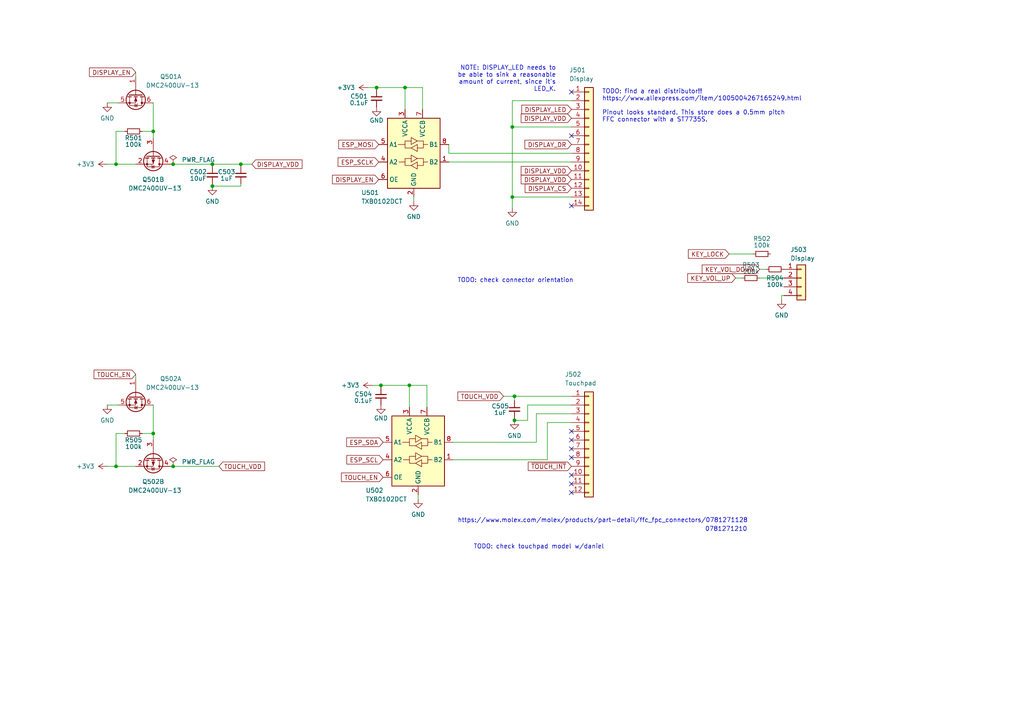
<source format=kicad_sch>
(kicad_sch (version 20211123) (generator eeschema)
  (paper "A4")
  (lib_symbols
    (symbol "Connector_Generic:Conn_01x04" (pin_names (offset 1.016) hide)
      (property "Reference" "J" (at 0 5.08 0))
      (property "Value" "Conn_01x04" (at 0 -7.62 0))
      (symbol "Conn_01x04_1_1"
        (rectangle (start -1.27 -4.953) (end 0 -5.207) (stroke (width 0.1524)))
        (rectangle (start -1.27 -2.413) (end 0 -2.667) (stroke (width 0.1524)))
        (rectangle (start -1.27 0.127) (end 0 -0.127) (stroke (width 0.1524)))
        (rectangle (start -1.27 2.667) (end 0 2.413) (stroke (width 0.1524)))
        (rectangle (start -1.27 3.81) (end 1.27 -6.35) (stroke (width 0.254)) (fill (type background)))
        (pin passive line (at -5.08 2.54 0) (length 3.81) (name "Pin_1") (number "1"))
        (pin passive line (at -5.08 0 0) (length 3.81) (name "Pin_2") (number "2"))
        (pin passive line (at -5.08 -2.54 0) (length 3.81) (name "Pin_3") (number "3"))
        (pin passive line (at -5.08 -5.08 0) (length 3.81) (name "Pin_4") (number "4"))
      )
    )
    (symbol "Connector_Generic:Conn_01x12" (pin_names (offset 1.016) hide)
      (property "Reference" "J" (at 0 15.24 0))
      (property "Value" "Conn_01x12" (at 0 -17.78 0))
      (symbol "Conn_01x12_1_1"
        (rectangle (start -1.27 -15.113) (end 0 -15.367) (stroke (width 0.1524)))
        (rectangle (start -1.27 -12.573) (end 0 -12.827) (stroke (width 0.1524)))
        (rectangle (start -1.27 -10.033) (end 0 -10.287) (stroke (width 0.1524)))
        (rectangle (start -1.27 -7.493) (end 0 -7.747) (stroke (width 0.1524)))
        (rectangle (start -1.27 -4.953) (end 0 -5.207) (stroke (width 0.1524)))
        (rectangle (start -1.27 -2.413) (end 0 -2.667) (stroke (width 0.1524)))
        (rectangle (start -1.27 0.127) (end 0 -0.127) (stroke (width 0.1524)))
        (rectangle (start -1.27 2.667) (end 0 2.413) (stroke (width 0.1524)))
        (rectangle (start -1.27 5.207) (end 0 4.953) (stroke (width 0.1524)))
        (rectangle (start -1.27 7.747) (end 0 7.493) (stroke (width 0.1524)))
        (rectangle (start -1.27 10.287) (end 0 10.033) (stroke (width 0.1524)))
        (rectangle (start -1.27 12.827) (end 0 12.573) (stroke (width 0.1524)))
        (rectangle (start -1.27 13.97) (end 1.27 -16.51) (stroke (width 0.254)) (fill (type background)))
        (pin passive line (at -5.08 12.7 0) (length 3.81) (name "Pin_1") (number "1"))
        (pin passive line (at -5.08 -10.16 0) (length 3.81) (name "Pin_10") (number "10"))
        (pin passive line (at -5.08 -12.7 0) (length 3.81) (name "Pin_11") (number "11"))
        (pin passive line (at -5.08 -15.24 0) (length 3.81) (name "Pin_12") (number "12"))
        (pin passive line (at -5.08 10.16 0) (length 3.81) (name "Pin_2") (number "2"))
        (pin passive line (at -5.08 7.62 0) (length 3.81) (name "Pin_3") (number "3"))
        (pin passive line (at -5.08 5.08 0) (length 3.81) (name "Pin_4") (number "4"))
        (pin passive line (at -5.08 2.54 0) (length 3.81) (name "Pin_5") (number "5"))
        (pin passive line (at -5.08 0 0) (length 3.81) (name "Pin_6") (number "6"))
        (pin passive line (at -5.08 -2.54 0) (length 3.81) (name "Pin_7") (number "7"))
        (pin passive line (at -5.08 -5.08 0) (length 3.81) (name "Pin_8") (number "8"))
        (pin passive line (at -5.08 -7.62 0) (length 3.81) (name "Pin_9") (number "9"))
      )
    )
    (symbol "Connector_Generic:Conn_01x14" (pin_names (offset 1.016) hide)
      (property "Reference" "J" (at 0 17.78 0))
      (property "Value" "Conn_01x14" (at 0 -20.32 0))
      (symbol "Conn_01x14_1_1"
        (rectangle (start -1.27 -17.653) (end 0 -17.907) (stroke (width 0.1524)))
        (rectangle (start -1.27 -15.113) (end 0 -15.367) (stroke (width 0.1524)))
        (rectangle (start -1.27 -12.573) (end 0 -12.827) (stroke (width 0.1524)))
        (rectangle (start -1.27 -10.033) (end 0 -10.287) (stroke (width 0.1524)))
        (rectangle (start -1.27 -7.493) (end 0 -7.747) (stroke (width 0.1524)))
        (rectangle (start -1.27 -4.953) (end 0 -5.207) (stroke (width 0.1524)))
        (rectangle (start -1.27 -2.413) (end 0 -2.667) (stroke (width 0.1524)))
        (rectangle (start -1.27 0.127) (end 0 -0.127) (stroke (width 0.1524)))
        (rectangle (start -1.27 2.667) (end 0 2.413) (stroke (width 0.1524)))
        (rectangle (start -1.27 5.207) (end 0 4.953) (stroke (width 0.1524)))
        (rectangle (start -1.27 7.747) (end 0 7.493) (stroke (width 0.1524)))
        (rectangle (start -1.27 10.287) (end 0 10.033) (stroke (width 0.1524)))
        (rectangle (start -1.27 12.827) (end 0 12.573) (stroke (width 0.1524)))
        (rectangle (start -1.27 15.367) (end 0 15.113) (stroke (width 0.1524)))
        (rectangle (start -1.27 16.51) (end 1.27 -19.05) (stroke (width 0.254)) (fill (type background)))
        (pin passive line (at -5.08 15.24 0) (length 3.81) (name "Pin_1") (number "1"))
        (pin passive line (at -5.08 -7.62 0) (length 3.81) (name "Pin_10") (number "10"))
        (pin passive line (at -5.08 -10.16 0) (length 3.81) (name "Pin_11") (number "11"))
        (pin passive line (at -5.08 -12.7 0) (length 3.81) (name "Pin_12") (number "12"))
        (pin passive line (at -5.08 -15.24 0) (length 3.81) (name "Pin_13") (number "13"))
        (pin passive line (at -5.08 -17.78 0) (length 3.81) (name "Pin_14") (number "14"))
        (pin passive line (at -5.08 12.7 0) (length 3.81) (name "Pin_2") (number "2"))
        (pin passive line (at -5.08 10.16 0) (length 3.81) (name "Pin_3") (number "3"))
        (pin passive line (at -5.08 7.62 0) (length 3.81) (name "Pin_4") (number "4"))
        (pin passive line (at -5.08 5.08 0) (length 3.81) (name "Pin_5") (number "5"))
        (pin passive line (at -5.08 2.54 0) (length 3.81) (name "Pin_6") (number "6"))
        (pin passive line (at -5.08 0 0) (length 3.81) (name "Pin_7") (number "7"))
        (pin passive line (at -5.08 -2.54 0) (length 3.81) (name "Pin_8") (number "8"))
        (pin passive line (at -5.08 -5.08 0) (length 3.81) (name "Pin_9") (number "9"))
      )
    )
    (symbol "Device:C_Small" (pin_numbers hide) (pin_names (offset 0.254) hide)
      (property "Reference" "C" (at 0.254 1.778 0))
      (property "Value" "C_Small" (at 0.254 -2.032 0))
      (symbol "C_Small_0_1"
        (polyline (pts (xy -1.524 -0.508) (xy 1.524 -0.508)) (stroke (width 0.3302)))
        (polyline (pts (xy -1.524 0.508) (xy 1.524 0.508)) (stroke (width 0.3048)))
      )
      (symbol "C_Small_1_1"
        (pin passive line (at 0 2.54 270) (length 2.032) (name "~") (number "1"))
        (pin passive line (at 0 -2.54 90) (length 2.032) (name "~") (number "2"))
      )
    )
    (symbol "Device:R_Small" (pin_numbers hide) (pin_names (offset 0.254) hide)
      (property "Reference" "R" (at 0.762 0.508 0))
      (property "Value" "R_Small" (at 0.762 -1.016 0))
      (symbol "R_Small_0_1"
        (rectangle (start -0.762 1.778) (end 0.762 -1.778) (stroke (width 0.2032)))
      )
      (symbol "R_Small_1_1"
        (pin passive line (at 0 2.54 270) (length 0.762) (name "~") (number "1"))
        (pin passive line (at 0 -2.54 90) (length 0.762) (name "~") (number "2"))
      )
    )
    (symbol "Logic_LevelTranslator:TXB0102DCT"
      (property "Reference" "U" (at -6.35 11.43 0))
      (property "Value" "TXB0102DCT" (at 3.81 11.43 0))
      (symbol "TXB0102DCT_0_1"
        (rectangle (start -7.62 10.16) (end 7.62 -10.16) (stroke (width 0.254)) (fill (type background)))
        (polyline (pts (xy -2.54 -2.54) (xy -2.54 -1.524) (xy -0.762 -1.524)))
        (polyline (pts (xy -2.54 2.54) (xy -2.54 3.556) (xy -0.762 3.556)))
        (polyline (pts (xy 2.794 -2.54) (xy 2.794 -3.556) (xy 1.016 -3.556)))
        (polyline (pts (xy 2.794 2.54) (xy 2.794 1.524) (xy 1.016 1.524)))
        (polyline (pts (xy -0.762 -3.556) (xy -2.54 -3.556) (xy -2.54 -2.54) (xy -4.318 -2.54)))
        (polyline (pts (xy -0.762 -2.54) (xy -0.762 -0.508) (xy 1.016 -1.524) (xy -0.762 -2.54)) (fill (type background)))
        (polyline (pts (xy -0.762 1.524) (xy -2.54 1.524) (xy -2.54 2.54) (xy -4.572 2.54)))
        (polyline (pts (xy -0.762 2.54) (xy -0.762 4.572) (xy 1.016 3.556) (xy -0.762 2.54)))
        (polyline (pts (xy 1.016 -2.54) (xy 1.016 -4.572) (xy -0.762 -3.556) (xy 1.016 -2.54)))
        (polyline (pts (xy 1.016 -1.524) (xy 2.794 -1.524) (xy 2.794 -2.54) (xy 4.064 -2.54)))
        (polyline (pts (xy 1.016 3.556) (xy 2.794 3.556) (xy 2.794 2.54) (xy 4.064 2.54)))
        (polyline (pts (xy 1.016 2.54) (xy 1.016 0.762) (xy 1.016 0.508) (xy -0.762 1.524) (xy 1.016 2.54)))
      )
      (symbol "TXB0102DCT_1_1"
        (pin bidirectional line (at 10.16 -2.54 180) (length 2.54) (name "B2") (number "1"))
        (pin power_in line (at 0 -12.7 90) (length 2.54) (name "GND") (number "2"))
        (pin power_in line (at -2.54 12.7 270) (length 2.54) (name "VCCA") (number "3"))
        (pin bidirectional line (at -10.16 -2.54 0) (length 2.54) (name "A2") (number "4"))
        (pin bidirectional line (at -10.16 2.54 0) (length 2.54) (name "A1") (number "5"))
        (pin input line (at -10.16 -7.62 0) (length 2.54) (name "OE") (number "6"))
        (pin power_in line (at 2.54 12.7 270) (length 2.54) (name "VCCB") (number "7"))
        (pin bidirectional line (at 10.16 2.54 180) (length 2.54) (name "B1") (number "8"))
      )
    )
    (symbol "Transistor_FET:DMC2053UVT" (pin_names hide)
      (property "Reference" "Q" (at 3.175 1.27 0))
      (property "Value" "DMC2053UVT" (at 3.175 -1.27 0))
      (symbol "DMC2053UVT_0_1"
        (circle (center -0.889 0) (radius 2.794) (stroke (width 0.254)))
        (circle (center 0 -1.778) (radius 0.254) (fill (type outline)))
        (polyline (pts (xy -2.286 0) (xy -5.08 0)))
        (polyline (pts (xy -2.286 1.905) (xy -2.286 -1.905)) (stroke (width 0.254)))
        (polyline (pts (xy -1.778 -1.27) (xy -1.778 -2.286)) (stroke (width 0.254)))
        (polyline (pts (xy -1.778 0.508) (xy -1.778 -0.508)) (stroke (width 0.254)))
        (polyline (pts (xy -1.778 2.286) (xy -1.778 1.27)) (stroke (width 0.254)))
        (polyline (pts (xy 0 2.54) (xy 0 1.778)))
        (polyline (pts (xy 0 -2.54) (xy 0 0) (xy -1.778 0)))
        (polyline (pts (xy -1.778 -1.778) (xy 0.762 -1.778) (xy 0.762 1.778) (xy -1.778 1.778)))
        (circle (center 0 1.778) (radius 0.254) (fill (type outline)))
      )
      (symbol "DMC2053UVT_1_1"
        (polyline (pts (xy -1.524 0) (xy -0.508 0.381) (xy -0.508 -0.381) (xy -1.524 0)) (fill (type outline)))
        (polyline (pts (xy 0.254 0.508) (xy 0.381 0.381) (xy 1.143 0.381) (xy 1.27 0.254)))
        (polyline (pts (xy 0.762 0.381) (xy 0.381 -0.254) (xy 1.143 -0.254) (xy 0.762 0.381)))
        (pin passive line (at -7.62 0 0) (length 2.54) (name "G") (number "1"))
        (pin passive line (at 0 -5.08 90) (length 2.54) (name "S") (number "5"))
        (pin passive line (at 0 5.08 270) (length 2.54) (name "D") (number "6"))
      )
      (symbol "DMC2053UVT_2_1"
        (polyline (pts (xy -0.254 0) (xy -1.27 0.381) (xy -1.27 -0.381) (xy -0.254 0)) (fill (type outline)))
        (polyline (pts (xy 0.254 -0.508) (xy 0.381 -0.381) (xy 1.143 -0.381) (xy 1.27 -0.254)))
        (polyline (pts (xy 0.762 -0.381) (xy 0.381 0.254) (xy 1.143 0.254) (xy 0.762 -0.381)))
        (pin passive line (at 0 -5.08 90) (length 2.54) (name "S") (number "2"))
        (pin passive line (at -7.62 0 0) (length 2.54) (name "G") (number "3"))
        (pin passive line (at 0 5.08 270) (length 2.54) (name "D") (number "4"))
      )
    )
    (symbol "power:+3V3" (power) (pin_names (offset 0))
      (property "Value" "+3V3" (at 0 3.556 0))
      (symbol "+3V3_0_1"
        (polyline (pts (xy -0.762 1.27) (xy 0 2.54)))
        (polyline (pts (xy 0 0) (xy 0 2.54)))
        (polyline (pts (xy 0 2.54) (xy 0.762 1.27)))
      )
      (symbol "+3V3_1_1"
        (pin power_in line (at 0 0 90) (length 0) hide (name "+3V3") (number "1"))
      )
    )
    (symbol "power:GND" (power) (pin_names (offset 0))
      (property "Value" "GND" (at 0 -3.81 0))
      (symbol "GND_0_1"
        (polyline (pts (xy 0 0) (xy 0 -1.27) (xy 1.27 -1.27) (xy 0 -2.54) (xy -1.27 -1.27) (xy 0 -1.27)))
      )
      (symbol "GND_1_1"
        (pin power_in line (at 0 0 270) (length 0) hide (name "GND") (number "1"))
      )
    )
    (symbol "power:PWR_FLAG" (power) (pin_numbers hide) (pin_names (offset 0) hide)
      (property "Value" "PWR_FLAG" (at 0 3.81 0))
      (symbol "PWR_FLAG_0_0"
        (pin power_out line (at 0 0 90) (length 0) (name "pwr") (number "1"))
      )
      (symbol "PWR_FLAG_0_1"
        (polyline (pts (xy 0 0) (xy 0 1.27) (xy -1.016 1.905) (xy 0 2.54) (xy 1.016 1.905) (xy 0 1.27)))
      )
    )
  )
  (junction (at 149.225 121.92))
  (junction (at 69.85 47.625))
  (junction (at 50.2099 135.255))
  (junction (at 148.59 57.15))
  (junction (at 118.745 111.76))
  (junction (at 61.595 53.975))
  (junction (at 117.475 25.4))
  (junction (at 109.22 25.4))
  (junction (at 50.2099 47.625))
  (junction (at 33.655 135.255))
  (junction (at 44.45 125.73))
  (junction (at 61.595 47.625))
  (junction (at 149.225 114.935))
  (junction (at 110.49 111.76))
  (junction (at 148.59 36.83))
  (junction (at 44.45 38.1))
  (junction (at 33.655 47.625))
  (no_connect (at 165.735 59.69))
  (no_connect (at 165.735 137.795))
  (no_connect (at 165.735 26.67))
  (no_connect (at 165.735 132.715))
  (no_connect (at 165.735 140.335))
  (no_connect (at 165.735 142.875))
  (no_connect (at 165.735 125.095))
  (no_connect (at 165.735 127.635))
  (no_connect (at 165.735 130.175))
  (no_connect (at 165.735 39.37))
  (wire (pts (xy 33.655 135.255) (xy 39.37 135.255)))
  (wire (pts (xy 121.285 144.78) (xy 121.285 143.51)))
  (wire (pts (xy 49.53 135.255) (xy 50.2099 135.255)))
  (wire (pts (xy 31.115 117.475) (xy 34.29 117.475)))
  (wire (pts (xy 149.225 116.205) (xy 149.225 114.935)))
  (wire (pts (xy 155.575 128.27) (xy 155.575 120.015)))
  (wire (pts (xy 148.59 36.83) (xy 165.735 36.83)))
  (wire (pts (xy 31.115 47.625) (xy 33.655 47.625)))
  (wire (pts (xy 211.455 73.66) (xy 218.44 73.66)))
  (wire (pts (xy 50.2099 135.255) (xy 63.5 135.255)))
  (wire (pts (xy 33.655 125.73) (xy 33.655 135.255)))
  (wire (pts (xy 213.36 80.645) (xy 215.265 80.645)))
  (wire (pts (xy 131.445 128.27) (xy 155.575 128.27)))
  (wire (pts (xy 109.22 25.4) (xy 109.22 26.035)))
  (wire (pts (xy 110.49 111.76) (xy 118.745 111.76)))
  (wire (pts (xy 117.475 25.4) (xy 122.555 25.4)))
  (wire (pts (xy 44.45 117.475) (xy 44.45 125.73)))
  (wire (pts (xy 153.035 117.475) (xy 153.035 121.92)))
  (wire (pts (xy 158.75 122.555) (xy 158.75 133.35)))
  (wire (pts (xy 49.53 47.625) (xy 50.2099 47.625)))
  (wire (pts (xy 148.59 57.15) (xy 165.735 57.15)))
  (wire (pts (xy 155.575 120.015) (xy 165.735 120.015)))
  (wire (pts (xy 165.735 29.21) (xy 148.59 29.21)))
  (wire (pts (xy 107.95 111.76) (xy 110.49 111.76)))
  (wire (pts (xy 110.49 111.76) (xy 110.49 112.395)))
  (wire (pts (xy 44.45 125.73) (xy 44.45 127.635)))
  (wire (pts (xy 120.015 58.42) (xy 120.015 57.15)))
  (wire (pts (xy 148.59 36.83) (xy 148.59 57.15)))
  (wire (pts (xy 106.68 25.4) (xy 109.22 25.4)))
  (wire (pts (xy 39.37 108.585) (xy 39.37 109.855)))
  (wire (pts (xy 227.33 85.725) (xy 226.695 85.725)))
  (wire (pts (xy 158.75 133.35) (xy 131.445 133.35)))
  (wire (pts (xy 69.85 47.625) (xy 73.025 47.625)))
  (wire (pts (xy 226.695 85.725) (xy 226.695 86.995)))
  (wire (pts (xy 149.225 121.92) (xy 149.225 121.285)))
  (wire (pts (xy 61.595 47.625) (xy 69.85 47.625)))
  (wire (pts (xy 165.735 122.555) (xy 158.75 122.555)))
  (wire (pts (xy 148.59 57.15) (xy 148.59 60.325)))
  (wire (pts (xy 165.735 117.475) (xy 153.035 117.475)))
  (wire (pts (xy 41.275 125.73) (xy 44.45 125.73)))
  (wire (pts (xy 118.745 111.76) (xy 123.825 111.76)))
  (wire (pts (xy 33.655 38.1) (xy 33.655 47.625)))
  (wire (pts (xy 39.37 20.955) (xy 39.37 22.225)))
  (wire (pts (xy 130.175 41.91) (xy 130.175 44.45)))
  (wire (pts (xy 146.05 114.935) (xy 149.225 114.935)))
  (wire (pts (xy 69.85 53.34) (xy 69.85 53.975)))
  (wire (pts (xy 61.595 53.975) (xy 61.595 53.34)))
  (wire (pts (xy 36.195 38.1) (xy 33.655 38.1)))
  (wire (pts (xy 44.45 29.845) (xy 44.45 38.1)))
  (wire (pts (xy 33.655 47.625) (xy 39.37 47.625)))
  (wire (pts (xy 31.115 135.255) (xy 33.655 135.255)))
  (wire (pts (xy 220.345 80.645) (xy 227.33 80.645)))
  (wire (pts (xy 118.745 111.76) (xy 118.745 118.11)))
  (wire (pts (xy 149.225 114.935) (xy 165.735 114.935)))
  (wire (pts (xy 36.195 125.73) (xy 33.655 125.73)))
  (wire (pts (xy 61.595 48.26) (xy 61.595 47.625)))
  (wire (pts (xy 122.555 25.4) (xy 122.555 31.75)))
  (wire (pts (xy 44.45 38.1) (xy 44.45 40.005)))
  (wire (pts (xy 153.035 121.92) (xy 149.225 121.92)))
  (wire (pts (xy 41.275 38.1) (xy 44.45 38.1)))
  (wire (pts (xy 69.85 53.975) (xy 61.595 53.975)))
  (wire (pts (xy 109.22 25.4) (xy 117.475 25.4)))
  (wire (pts (xy 148.59 29.21) (xy 148.59 36.83)))
  (wire (pts (xy 50.2099 47.625) (xy 61.595 47.625)))
  (wire (pts (xy 130.175 46.99) (xy 165.735 46.99)))
  (wire (pts (xy 31.115 29.845) (xy 34.29 29.845)))
  (wire (pts (xy 117.475 25.4) (xy 117.475 31.75)))
  (wire (pts (xy 130.175 44.45) (xy 165.735 44.45)))
  (wire (pts (xy 123.825 111.76) (xy 123.825 118.11)))
  (wire (pts (xy 69.85 47.625) (xy 69.85 48.26)))
  (wire (pts (xy 220.345 78.105) (xy 222.25 78.105)))
  (text "0781271210" (at 204.47 154.305 0) (effects (font (size 1.27 1.27)) (justify left bottom)))
  (text "TODO: check connector orientation" (at 166.355 82.136 180) (effects (font (size 1.27 1.27)) (justify right bottom)))
  (text "TODO: find a real distributor!!\nhttps://www.aliexpress.com/item/1005004267165249.html\n\nPinout looks standard. This store does a 0.5mm pitch\nFFC connector with a ST7735S." (at 174.625 35.56 0) (effects (font (size 1.27 1.27)) (justify left bottom)))
  (text "TODO: check touchpad model w/daniel" (at 175.26 159.385 180) (effects (font (size 1.27 1.27)) (justify right bottom)))
  (text "NOTE: DISPLAY_LED needs to\nbe able to sink a reasonable\namount of current, since it's\nLED_K." (at 161.29 26.67 0) (effects (font (size 1.27 1.27)) (justify right bottom)))
  (text "https://www.molex.com/molex/products/part-detail/ffc_fpc_connectors/0781271128" (at 132.715 151.765 0) (effects (font (size 1.27 1.27)) (justify left bottom)))
  (global_label "DISPLAY_EN" (shape input) (at 39.37 20.955 180) (property "Intersheet References" "${INTERSHEET_REFS}" (effects hide)))
  (global_label "DISPLAY_VDD" (shape input) (at 73.025 47.625 0) (property "Intersheet References" "${INTERSHEET_REFS}" (effects hide)))
  (global_label "TOUCH_EN" (shape input) (at 39.37 108.585 180) (property "Intersheet References" "${INTERSHEET_REFS}" (effects hide)))
  (global_label "KEY_LOCK" (shape input) (at 211.455 73.66 180) (property "Intersheet References" "${INTERSHEET_REFS}" (effects hide)))
  (global_label "KEY_VOL_UP" (shape input) (at 213.36 80.645 180) (property "Intersheet References" "${INTERSHEET_REFS}" (effects hide)))
  (global_label "DISPLAY_VDD" (shape input) (at 165.735 49.53 180) (property "Intersheet References" "${INTERSHEET_REFS}" (effects hide)))
  (global_label "ESP_MOSI" (shape input) (at 109.855 41.91 180) (property "Intersheet References" "${INTERSHEET_REFS}" (effects hide)))
  (global_label "TOUCH_VDD" (shape input) (at 63.5 135.255 0) (property "Intersheet References" "${INTERSHEET_REFS}" (effects hide)))
  (global_label "TOUCH_VDD" (shape input) (at 146.05 114.935 180) (property "Intersheet References" "${INTERSHEET_REFS}" (effects hide)))
  (global_label "KEY_VOL_DOWN" (shape input) (at 220.345 78.105 180) (property "Intersheet References" "${INTERSHEET_REFS}" (effects hide)))
  (global_label "ESP_SDA" (shape input) (at 111.125 128.27 180) (property "Intersheet References" "${INTERSHEET_REFS}" (effects hide)))
  (global_label "DISPLAY_LED" (shape input) (at 165.735 31.75 180) (property "Intersheet References" "${INTERSHEET_REFS}" (effects hide)))
  (global_label "ESP_SCLK" (shape input) (at 109.855 46.99 180) (property "Intersheet References" "${INTERSHEET_REFS}" (effects hide)))
  (global_label "DISPLAY_VDD" (shape input) (at 165.735 34.29 180) (property "Intersheet References" "${INTERSHEET_REFS}" (effects hide)))
  (global_label "DISPLAY_EN" (shape input) (at 109.855 52.07 180) (property "Intersheet References" "${INTERSHEET_REFS}" (effects hide)))
  (global_label "DISPLAY_CS" (shape input) (at 165.735 54.61 180) (property "Intersheet References" "${INTERSHEET_REFS}" (effects hide)))
  (global_label "ESP_SCL" (shape input) (at 111.125 133.35 180) (property "Intersheet References" "${INTERSHEET_REFS}" (effects hide)))
  (global_label "TOUCH_EN" (shape input) (at 111.125 138.43 180) (property "Intersheet References" "${INTERSHEET_REFS}" (effects hide)))
  (global_label "DISPLAY_DR" (shape input) (at 165.735 41.91 180) (property "Intersheet References" "${INTERSHEET_REFS}" (effects hide)))
  (global_label "DISPLAY_VDD" (shape input) (at 165.735 52.07 180) (property "Intersheet References" "${INTERSHEET_REFS}" (effects hide)))
  (global_label "~{TOUCH_INT}" (shape input) (at 165.735 135.255 180) (property "Intersheet References" "${INTERSHEET_REFS}" (effects hide)))
  (symbol (lib_id "Device:R_Small") (at 38.735 38.1 90) (unit 1)
    (property "Reference" "R501" (at 38.735 40.005 90))
    (property "Value" "100k" (at 38.735 41.91 90))
    (property "Footprint" "Resistor_SMD:R_0603_1608Metric" (effects hide))
    (property "PN" "RC0603JR-10100KL" (effects hide))
  )
  (symbol (lib_id "power:+3V3") (at 31.115 135.255 90) (unit 1)
    (property "Reference" "#PWR0513" (effects hide))
    (property "Value" "+3V3" (at 24.765 135.255 90))
  )
  (symbol (lib_id "Connector_Generic:Conn_01x12") (at 170.815 127.635 0) (unit 1)
    (property "Reference" "J502" (at 163.83 108.585 0) (effects (justify left)))
    (property "Value" "Touchpad" (at 163.83 111.125 0) (effects (justify left)))
    (property "Footprint" "footprints:molex-zif-12p" (effects hide))
    (property "PN" "0781271210" (effects hide))
  )
  (symbol (lib_id "power:GND") (at 226.695 86.995 0) (unit 1)
    (property "Reference" "#PWR0508" (effects hide))
    (property "Value" "GND" (at 226.695 91.44 0))
  )
  (symbol (lib_id "Transistor_FET:DMC2053UVT") (at 39.37 29.845 270) (unit 1)
    (property "Reference" "Q501" (at 49.53 22.225 90))
    (property "Value" " DMC2400UV-13" (at 49.53 24.765 90))
    (property "Footprint" "Package_TO_SOT_SMD:SOT-563" (effects hide))
  )
  (symbol (lib_id "Connector_Generic:Conn_01x14") (at 170.815 41.91 0) (unit 1)
    (property "Reference" "J501" (at 165.1 20.32 0) (effects (justify left)))
    (property "Value" "Display" (at 165.1 22.86 0) (effects (justify left)))
    (property "Footprint" "footprints:molex-zif-14p" (effects hide))
    (property "PN" "0781271410" (effects hide))
  )
  (symbol (lib_id "power:GND") (at 149.225 121.92 0) (unit 1)
    (property "Reference" "#PWR0512" (effects hide))
    (property "Value" "GND" (at 149.225 126.365 0))
  )
  (symbol (lib_id "Logic_LevelTranslator:TXB0102DCT") (at 121.285 130.81 0) (unit 1)
    (property "Reference" "U502" (at 106.045 142.24 0) (effects (justify left)))
    (property "Value" "TXB0102DCT" (at 106.045 144.78 0) (effects (justify left)))
    (property "Footprint" "Package_SO:TSSOP-8_3x3mm_P0.65mm" (effects hide))
    (property "Datasheet" "http://www.ti.com/lit/ds/symlink/txb0102.pdf" (effects hide))
  )
  (symbol (lib_id "power:GND") (at 121.285 144.78 0) (unit 1)
    (property "Reference" "#PWR0514" (effects hide))
    (property "Value" "GND" (at 121.285 149.225 0))
  )
  (symbol (lib_id "power:GND") (at 109.22 31.115 0) (unit 1)
    (property "Reference" "#PWR0503" (effects hide))
    (property "Value" "GND" (at 109.22 34.925 0))
  )
  (symbol (lib_id "power:GND") (at 61.595 53.975 0) (unit 1)
    (property "Reference" "#PWR0505" (effects hide))
    (property "Value" "GND" (at 61.595 58.42 0))
  )
  (symbol (lib_id "Device:C_Small") (at 110.49 114.935 0) (unit 1)
    (property "Reference" "C504" (at 105.41 114.3 0))
    (property "Value" "0.1uF" (at 105.41 116.205 0))
    (property "Footprint" "Capacitor_SMD:C_0805_2012Metric" (effects hide))
    (property "PN" "0805YD104KAT2A" (effects hide))
  )
  (symbol (lib_id "Device:C_Small") (at 109.22 28.575 0) (unit 1)
    (property "Reference" "C501" (at 104.14 27.94 0))
    (property "Value" "0.1uF" (at 104.14 29.845 0))
    (property "Footprint" "Capacitor_SMD:C_0805_2012Metric" (effects hide))
    (property "PN" "0805YD104KAT2A" (effects hide))
  )
  (symbol (lib_id "Transistor_FET:DMC2053UVT") (at 39.37 117.475 270) (unit 1)
    (property "Reference" "Q502" (at 49.53 109.855 90))
    (property "Value" " DMC2400UV-13" (at 49.53 112.395 90))
    (property "Footprint" "Package_TO_SOT_SMD:SOT-563" (effects hide))
  )
  (symbol (lib_id "power:GND") (at 110.49 117.475 0) (unit 1)
    (property "Reference" "#PWR0511" (effects hide))
    (property "Value" "GND" (at 110.49 121.285 0))
  )
  (symbol (lib_id "power:GND") (at 120.015 58.42 0) (unit 1)
    (property "Reference" "#PWR0506" (effects hide))
    (property "Value" "GND" (at 120.015 62.865 0))
  )
  (symbol (lib_id "Transistor_FET:DMC2053UVT") (at 44.45 135.255 270) (unit 2)
    (property "Reference" "Q502" (at 44.45 139.7 90))
    (property "Value" " DMC2400UV-13" (at 44.45 142.24 90))
    (property "Footprint" "Package_TO_SOT_SMD:SOT-563" (effects hide))
  )
  (symbol (lib_id "power:+3V3") (at 106.68 25.4 90) (unit 1)
    (property "Reference" "#PWR0501" (effects hide))
    (property "Value" "+3V3" (at 100.33 25.4 90))
  )
  (symbol (lib_id "Device:C_Small") (at 149.225 118.745 0) (unit 1)
    (property "Reference" "C505" (at 145.0975 117.7925 0))
    (property "Value" "1uF" (at 145.0975 119.6975 0))
    (property "Footprint" "Capacitor_SMD:C_0805_2012Metric" (effects hide))
    (property "PN" "EMK212BJ105KG-T" (effects hide))
  )
  (symbol (lib_id "Device:C_Small") (at 69.85 50.8 0) (unit 1)
    (property "Reference" "C503" (at 65.7225 49.8475 0))
    (property "Value" "1uF" (at 65.7225 51.7525 0))
    (property "Footprint" "Capacitor_SMD:C_0805_2012Metric" (effects hide))
    (property "PN" "EMK212BJ105KG-T" (effects hide))
  )
  (symbol (lib_id "Connector_Generic:Conn_01x04") (at 232.41 80.645 0) (unit 1)
    (property "Reference" "J503" (at 229.235 72.39 0) (effects (justify left)))
    (property "Value" "Display" (at 229.235 74.93 0) (effects (justify left)))
    (property "Footprint" "footprints:MOLEX_0528080470" (effects hide))
    (property "PN" "0528080470" (effects hide))
  )
  (symbol (lib_id "power:GND") (at 148.59 60.325 0) (unit 1)
    (property "Reference" "#PWR0507" (effects hide))
    (property "Value" "GND" (at 148.59 64.77 0))
  )
  (symbol (lib_id "power:+3V3") (at 107.95 111.76 90) (unit 1)
    (property "Reference" "#PWR0509" (effects hide))
    (property "Value" "+3V3" (at 101.6 111.76 90))
  )
  (symbol (lib_id "Logic_LevelTranslator:TXB0102DCT") (at 120.015 44.45 0) (unit 1)
    (property "Reference" "U501" (at 104.775 55.88 0) (effects (justify left)))
    (property "Value" "TXB0102DCT" (at 104.775 58.42 0) (effects (justify left)))
    (property "Footprint" "Package_SO:TSSOP-8_3x3mm_P0.65mm" (effects hide))
    (property "Datasheet" "http://www.ti.com/lit/ds/symlink/txb0102.pdf" (effects hide))
  )
  (symbol (lib_id "Device:R_Small") (at 220.98 73.66 90) (unit 1)
    (property "Reference" "R502" (at 220.98 69.215 90))
    (property "Value" "100k" (at 220.98 71.12 90))
    (property "Footprint" "Resistor_SMD:R_0603_1608Metric" (effects hide))
    (property "PN" "RC0603JR-10100KL" (effects hide))
  )
  (symbol (lib_id "power:PWR_FLAG") (at 50.2099 47.625 0) (unit 1)
    (property "Reference" "#FLG0501" (effects hide))
    (property "Value" "PWR_FLAG" (at 52.705 46.3549 0) (effects (justify left)))
  )
  (symbol (lib_id "Device:R_Small") (at 224.79 78.105 90) (unit 1)
    (property "Reference" "R504" (at 224.79 80.645 90))
    (property "Value" "100k" (at 224.79 82.55 90))
    (property "Footprint" "Resistor_SMD:R_0603_1608Metric" (effects hide))
    (property "PN" "RC0603JR-10100KL" (effects hide))
  )
  (symbol (lib_id "Device:R_Small") (at 38.735 125.73 90) (unit 1)
    (property "Reference" "R505" (at 38.735 127.635 90))
    (property "Value" "100k" (at 38.735 129.54 90))
    (property "Footprint" "Resistor_SMD:R_0603_1608Metric" (effects hide))
    (property "PN" "RC0603JR-10100KL" (effects hide))
  )
  (symbol (lib_id "power:PWR_FLAG") (at 50.2099 135.255 0) (unit 1)
    (property "Reference" "#FLG0502" (effects hide))
    (property "Value" "PWR_FLAG" (at 52.705 133.9849 0) (effects (justify left)))
  )
  (symbol (lib_id "Device:C_Small") (at 61.595 50.8 0) (unit 1)
    (property "Reference" "C502" (at 57.4675 49.8475 0))
    (property "Value" "10uF" (at 57.4675 51.7525 0))
    (property "Footprint" "Capacitor_SMD:C_0805_2012Metric" (effects hide))
    (property "PN" "EMK212ABJ106KG-T" (effects hide))
  )
  (symbol (lib_id "power:+3V3") (at 31.115 47.625 90) (unit 1)
    (property "Reference" "#PWR0504" (effects hide))
    (property "Value" "+3V3" (at 24.765 47.625 90))
  )
  (symbol (lib_id "Transistor_FET:DMC2053UVT") (at 44.45 47.625 270) (unit 2)
    (property "Reference" "Q501" (at 44.45 52.07 90))
    (property "Value" " DMC2400UV-13" (at 44.45 54.61 90))
    (property "Footprint" "Package_TO_SOT_SMD:SOT-563" (effects hide))
  )
  (symbol (lib_id "Device:R_Small") (at 217.805 80.645 90) (unit 1)
    (property "Reference" "R503" (at 217.805 76.835 90))
    (property "Value" "100k" (at 217.805 78.74 90))
    (property "Footprint" "Resistor_SMD:R_0603_1608Metric" (effects hide))
    (property "PN" "RC0603JR-10100KL" (effects hide))
  )
  (symbol (lib_id "power:GND") (at 31.115 29.845 0) (unit 1)
    (property "Reference" "#PWR0502" (effects hide))
    (property "Value" "GND" (at 31.115 34.29 0))
  )
  (symbol (lib_id "power:GND") (at 31.115 117.475 0) (unit 1)
    (property "Reference" "#PWR0510" (effects hide))
    (property "Value" "GND" (at 31.115 121.92 0))
  )
)
</source>
